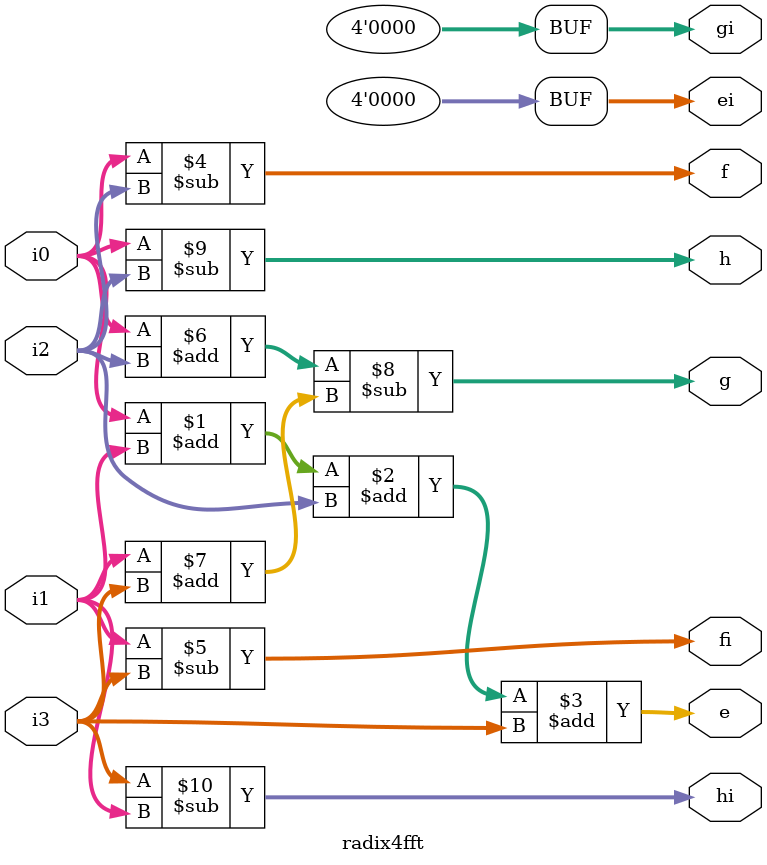
<source format=v>
`timescale 1ns / 1ps
module radix4fft(i0,i1,i2,i3,e,ei,f,fi,g,gi,h,hi);

input signed [1:0]i0;
input signed [1:0]i1;
input signed [1:0]i2;
input signed [1:0]i3;
output signed [3:0]e;
output signed [3:0]ei;
output signed [3:0]f;
output signed [3:0]fi;
output signed [3:0]g;
output signed [3:0]gi;
output signed [3:0]h;
output signed [3:0]hi;

assign e=i0+i1+i2+i3;
assign ei=4'b0;

assign f=i0-i2;
assign fi=i1-i3;

assign g=i0+i2-(i1+i3);
assign gi=4'b0;

assign h=i0-i2;
assign hi=i3-i1;

endmodule
</source>
